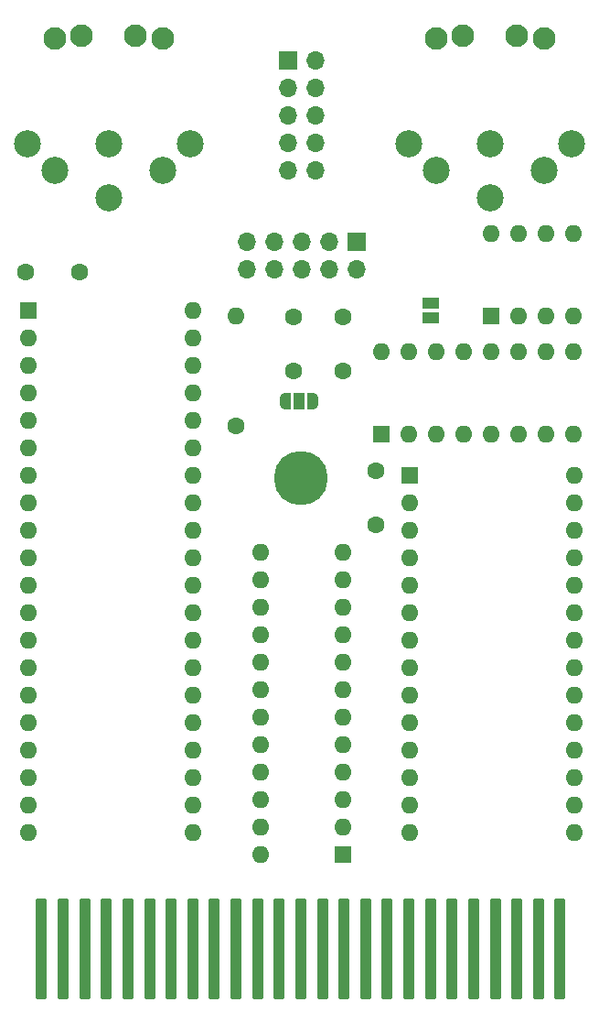
<source format=gts>
%TF.GenerationSoftware,KiCad,Pcbnew,(6.0.11)*%
%TF.CreationDate,2025-04-20T17:45:05+02:00*%
%TF.ProjectId,burstcart,62757273-7463-4617-9274-2e6b69636164,1.0*%
%TF.SameCoordinates,Original*%
%TF.FileFunction,Soldermask,Top*%
%TF.FilePolarity,Negative*%
%FSLAX46Y46*%
G04 Gerber Fmt 4.6, Leading zero omitted, Abs format (unit mm)*
G04 Created by KiCad (PCBNEW (6.0.11)) date 2025-04-20 17:45:05*
%MOMM*%
%LPD*%
G01*
G04 APERTURE LIST*
G04 Aperture macros list*
%AMRoundRect*
0 Rectangle with rounded corners*
0 $1 Rounding radius*
0 $2 $3 $4 $5 $6 $7 $8 $9 X,Y pos of 4 corners*
0 Add a 4 corners polygon primitive as box body*
4,1,4,$2,$3,$4,$5,$6,$7,$8,$9,$2,$3,0*
0 Add four circle primitives for the rounded corners*
1,1,$1+$1,$2,$3*
1,1,$1+$1,$4,$5*
1,1,$1+$1,$6,$7*
1,1,$1+$1,$8,$9*
0 Add four rect primitives between the rounded corners*
20,1,$1+$1,$2,$3,$4,$5,0*
20,1,$1+$1,$4,$5,$6,$7,0*
20,1,$1+$1,$6,$7,$8,$9,0*
20,1,$1+$1,$8,$9,$2,$3,0*%
%AMFreePoly0*
4,1,22,0.550000,-0.750000,0.000000,-0.750000,0.000000,-0.745033,-0.079941,-0.743568,-0.215256,-0.701293,-0.333266,-0.622738,-0.424486,-0.514219,-0.481581,-0.384460,-0.499164,-0.250000,-0.500000,-0.250000,-0.500000,0.250000,-0.499164,0.250000,-0.499963,0.256109,-0.478152,0.396186,-0.417904,0.524511,-0.324060,0.630769,-0.204165,0.706417,-0.067858,0.745374,0.000000,0.744959,0.000000,0.750000,
0.550000,0.750000,0.550000,-0.750000,0.550000,-0.750000,$1*%
%AMFreePoly1*
4,1,20,0.000000,0.744959,0.073905,0.744508,0.209726,0.703889,0.328688,0.626782,0.421226,0.519385,0.479903,0.390333,0.500000,0.250000,0.500000,-0.250000,0.499851,-0.262216,0.476331,-0.402017,0.414519,-0.529596,0.319384,-0.634700,0.198574,-0.708877,0.061801,-0.746166,0.000000,-0.745033,0.000000,-0.750000,-0.550000,-0.750000,-0.550000,0.750000,0.000000,0.750000,0.000000,0.744959,
0.000000,0.744959,$1*%
G04 Aperture macros list end*
%ADD10C,1.600000*%
%ADD11R,1.700000X1.700000*%
%ADD12O,1.700000X1.700000*%
%ADD13C,2.100000*%
%ADD14C,2.500000*%
%ADD15R,1.600000X1.600000*%
%ADD16O,1.600000X1.600000*%
%ADD17R,1.500000X1.000000*%
%ADD18C,5.000000*%
%ADD19RoundRect,0.163300X-0.337500X-4.512500X0.337500X-4.512500X0.337500X4.512500X-0.337500X4.512500X0*%
%ADD20FreePoly0,180.000000*%
%ADD21R,1.000000X1.500000*%
%ADD22FreePoly1,180.000000*%
G04 APERTURE END LIST*
D10*
%TO.C,C3*%
X127762000Y-75184000D03*
X122762000Y-75184000D03*
%TD*%
D11*
%TO.C,J3*%
X147066000Y-55626000D03*
D12*
X149606000Y-55626000D03*
X147066000Y-58166000D03*
X149606000Y-58166000D03*
X147066000Y-60706000D03*
X149606000Y-60706000D03*
X147066000Y-63246000D03*
X149606000Y-63246000D03*
X147066000Y-65786000D03*
X149606000Y-65786000D03*
%TD*%
D13*
%TO.C,J1*%
X127976000Y-53294000D03*
X125476000Y-53594000D03*
X132976000Y-53294000D03*
X135476000Y-53594000D03*
D14*
X122976000Y-63294000D03*
X125476000Y-65794000D03*
X130476000Y-63294000D03*
X135476000Y-65794000D03*
X137976000Y-63294000D03*
X130476000Y-68294000D03*
%TD*%
D15*
%TO.C,U1*%
X158375000Y-93965000D03*
D16*
X158375000Y-96505000D03*
X158375000Y-99045000D03*
X158375000Y-101585000D03*
X158375000Y-104125000D03*
X158375000Y-106665000D03*
X158375000Y-109205000D03*
X158375000Y-111745000D03*
X158375000Y-114285000D03*
X158375000Y-116825000D03*
X158375000Y-119365000D03*
X158375000Y-121905000D03*
X158375000Y-124445000D03*
X158375000Y-126985000D03*
X173615000Y-126985000D03*
X173615000Y-124445000D03*
X173615000Y-121905000D03*
X173615000Y-119365000D03*
X173615000Y-116825000D03*
X173615000Y-114285000D03*
X173615000Y-111745000D03*
X173615000Y-109205000D03*
X173615000Y-106665000D03*
X173615000Y-104125000D03*
X173615000Y-101585000D03*
X173615000Y-99045000D03*
X173615000Y-96505000D03*
X173615000Y-93965000D03*
%TD*%
D10*
%TO.C,C4*%
X155194000Y-98512000D03*
X155194000Y-93512000D03*
%TD*%
%TO.C,C5*%
X147574000Y-84288000D03*
X147574000Y-79288000D03*
%TD*%
D15*
%TO.C,U5*%
X165872000Y-79238000D03*
D16*
X168412000Y-79238000D03*
X170952000Y-79238000D03*
X173492000Y-79238000D03*
X173492000Y-71618000D03*
X170952000Y-71618000D03*
X168412000Y-71618000D03*
X165872000Y-71618000D03*
%TD*%
D17*
%TO.C,JP2*%
X160274000Y-79390000D03*
X160274000Y-78090000D03*
%TD*%
D15*
%TO.C,U2*%
X155692000Y-90160000D03*
D16*
X158232000Y-90160000D03*
X160772000Y-90160000D03*
X163312000Y-90160000D03*
X165852000Y-90160000D03*
X168392000Y-90160000D03*
X170932000Y-90160000D03*
X173472000Y-90160000D03*
X173472000Y-82540000D03*
X170932000Y-82540000D03*
X168392000Y-82540000D03*
X165852000Y-82540000D03*
X163312000Y-82540000D03*
X160772000Y-82540000D03*
X158232000Y-82540000D03*
X155692000Y-82540000D03*
%TD*%
D18*
%TO.C,U$1*%
X148253100Y-94259600D03*
D19*
X124253100Y-137759600D03*
X126253100Y-137759600D03*
X128253100Y-137759600D03*
X130253100Y-137759600D03*
X132253100Y-137759600D03*
X134253100Y-137759600D03*
X136253100Y-137759600D03*
X138253100Y-137759600D03*
X140253100Y-137759600D03*
X142253100Y-137759600D03*
X144253100Y-137759600D03*
X146253100Y-137759600D03*
X148253100Y-137759600D03*
X150253100Y-137759600D03*
X152253100Y-137759600D03*
X154253100Y-137759600D03*
X156253100Y-137759600D03*
X158253100Y-137759600D03*
X160253100Y-137759600D03*
X162253100Y-137759600D03*
X164253100Y-137759600D03*
X166253100Y-137759600D03*
X168253100Y-137759600D03*
X170253100Y-137759600D03*
X172253100Y-137759600D03*
%TD*%
D11*
%TO.C,J4*%
X153411000Y-72385000D03*
D12*
X153411000Y-74925000D03*
X150871000Y-72385000D03*
X150871000Y-74925000D03*
X148331000Y-72385000D03*
X148331000Y-74925000D03*
X145791000Y-72385000D03*
X145791000Y-74925000D03*
X143251000Y-72385000D03*
X143251000Y-74925000D03*
%TD*%
D15*
%TO.C,U4*%
X152146000Y-129032000D03*
D16*
X152146000Y-126492000D03*
X152146000Y-123952000D03*
X152146000Y-121412000D03*
X152146000Y-118872000D03*
X152146000Y-116332000D03*
X152146000Y-113792000D03*
X152146000Y-111252000D03*
X152146000Y-108712000D03*
X152146000Y-106172000D03*
X152146000Y-103632000D03*
X152146000Y-101092000D03*
X144526000Y-101092000D03*
X144526000Y-103632000D03*
X144526000Y-106172000D03*
X144526000Y-108712000D03*
X144526000Y-111252000D03*
X144526000Y-113792000D03*
X144526000Y-116332000D03*
X144526000Y-118872000D03*
X144526000Y-121412000D03*
X144526000Y-123952000D03*
X144526000Y-126492000D03*
X144526000Y-129032000D03*
%TD*%
D20*
%TO.C,JP1*%
X149382000Y-87122000D03*
D21*
X148082000Y-87122000D03*
D22*
X146782000Y-87122000D03*
%TD*%
D10*
%TO.C,C2*%
X152146000Y-84328000D03*
X152146000Y-79328000D03*
%TD*%
D15*
%TO.C,U3*%
X123000000Y-78740000D03*
D16*
X123000000Y-81280000D03*
X123000000Y-83820000D03*
X123000000Y-86360000D03*
X123000000Y-88900000D03*
X123000000Y-91440000D03*
X123000000Y-93980000D03*
X123000000Y-96520000D03*
X123000000Y-99060000D03*
X123000000Y-101600000D03*
X123000000Y-104140000D03*
X123000000Y-106680000D03*
X123000000Y-109220000D03*
X123000000Y-111760000D03*
X123000000Y-114300000D03*
X123000000Y-116840000D03*
X123000000Y-119380000D03*
X123000000Y-121920000D03*
X123000000Y-124460000D03*
X123000000Y-127000000D03*
X138240000Y-127000000D03*
X138240000Y-124460000D03*
X138240000Y-121920000D03*
X138240000Y-119380000D03*
X138240000Y-116840000D03*
X138240000Y-114300000D03*
X138240000Y-111760000D03*
X138240000Y-109220000D03*
X138240000Y-106680000D03*
X138240000Y-104140000D03*
X138240000Y-101600000D03*
X138240000Y-99060000D03*
X138240000Y-96520000D03*
X138240000Y-93980000D03*
X138240000Y-91440000D03*
X138240000Y-88900000D03*
X138240000Y-86360000D03*
X138240000Y-83820000D03*
X138240000Y-81280000D03*
X138240000Y-78740000D03*
%TD*%
D10*
%TO.C,R1*%
X142240000Y-89408000D03*
D16*
X142240000Y-79248000D03*
%TD*%
D13*
%TO.C,J2*%
X163282000Y-53294000D03*
X160782000Y-53594000D03*
X170782000Y-53594000D03*
X168282000Y-53294000D03*
D14*
X158282000Y-63294000D03*
X160782000Y-65794000D03*
X165782000Y-63294000D03*
X170782000Y-65794000D03*
X173282000Y-63294000D03*
X165782000Y-68294000D03*
%TD*%
M02*

</source>
